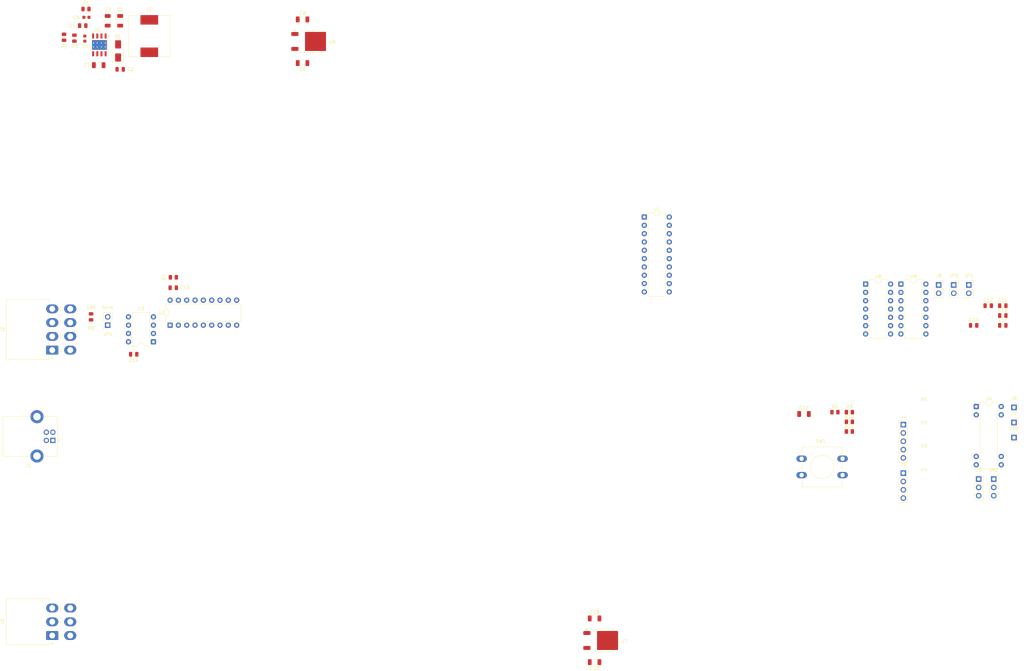
<source format=kicad_pcb>
(kicad_pcb (version 20241229) (generator "pcbnew") (generator_version "9.0")
  (title_block (title "CAN Gauge Interface") (date "2025-09-27") (rev "0.1") (company "Sam Anthony"))
  (layers (0 "F.Cu" signal) (4 "In1.Cu" signal) (6 "In2.Cu" signal) (2 "B.Cu" power) (13 "F.Paste" user) (15 "B.Paste" user) (5 "F.SilkS" user "F.Silkscreen") (7 "B.SilkS" user "B.Silkscreen") (1 "F.Mask" user) (3 "B.Mask" user) (25 "Edge.Cuts" user))
  (net 0 "")
  (net 1 "GND")
  (net 2 "+12V")
  (net 3 "Net-(U5-BOOT)")
  (net 4 "+7V")
  (net 5 "Net-(C7-Pad2)")
  (net 6 "+5V")
  (net 7 "Net-(U1-Vusb3v3)")
  (net 8 "/~{MCLR}")
  (net 9 "+5VA")
  (net 10 "/USB_D+")
  (net 11 "/USB_D-")
  (net 12 "VBUS")
  (net 15 "/CAN_L")
  (net 16 "/Speed")
  (net 17 "/Tach")
  (net 18 "/CAN_H")
  (net 19 "/AN4")
  (net 20 "/AN2")
  (net 21 "/AN3")
  (net 22 "/AN1")
  (net 23 "/ICSP_CLK")
  (net 24 "/ICSP_DAT")
  (net 25 "/SCK")
  (net 26 "/MOSI")
  (net 27 "/MISO")
  (net 28 "/CAN_~{CS}")
  (net 29 "/ROM_~{CS}")
  (net 30 "/DAC2_~{CS}")
  (net 31 "/DAC1_~{CS}")
  (net 32 "/INT{slash}ICSP_CLK")
  (net 33 "/INT")
  (net 34 "Net-(JP5-B)")
  (net 37 "/CLK")
  (net 40 "/CAN_RX")
  (net 41 "/CAN_TX")
  (net 54 "/PH")
  (net 55 "/sense")
  (footprint "Connector_PinSocket_2.54mm:PinSocket_1x01_P2.54mm_Vertical" (layer "F.Cu") (at 356.7 187.2)
    (property "Reference" "J7" (at 0 -2.77 0) (layer "F.SilkS"))
    (property "Value" "ROM ~{CS}")
    (pad "1" thru_hole rect (at 0 0) (size 1.7 1.7) (drill 1) (layers "*.Cu" "*.Mask") (net 29 "/ROM_~{CS}"))
  )
  (footprint "Capacitor_SMD:C_1206_3216Metric" (layer "F.Cu") (at 139.495 77.47)
    (property "Reference" "C9" (at 0 1.984 0) (layer "F.SilkS"))
    (property "Value" "10u" (hide yes))
    (pad "1" smd roundrect (at -1.475 0) (size 1.15 1.8) (layers "F.Cu" "F.Mask" "F.Paste") (roundrect_rratio 0.217391) (net 6 "+5V"))
    (pad "2" smd roundrect (at 1.475 0) (size 1.15 1.8) (layers "F.Cu" "F.Mask" "F.Paste") (roundrect_rratio 0.217391) (net 1 "GND"))
  )
  (footprint "Capacitor_SMD:C_0805_2012Metric" (layer "F.Cu") (at 72.39 66.04 180)
    (property "Reference" "C7" (at 3.175 0 0) (layer "F.SilkS"))
    (property "Value" "47n" (hide yes))
    (pad "1" smd roundrect (at -0.95 0 180) (size 1 1.45) (layers "F.Cu" "F.Mask" "F.Paste") (net 55 "/sense"))
    (pad "2" smd roundrect (at 0.95 0 180) (size 1 1.45) (layers "F.Cu" "F.Mask" "F.Paste") (net 5 "Net-(C7-Pad2)"))
  )
  (footprint "Connector_PinSocket_2.54mm:PinSocket_1x04_P2.54mm_Vertical" (layer "F.Cu") (at 322.92 202.65)
    (property "Reference" "J9" (at 0 -2.77 0) (layer "F.SilkS"))
    (property "Value" "Conn_01x04_Socket")
    (pad "1" thru_hole rect (at 0 0) (size 1.7 1.7) (drill 1) (layers "*.Cu" "*.Mask") (net 2 "+12V"))
    (pad "2" thru_hole oval (at 0 2.54) (size 1.7 1.7) (drill 1) (layers "*.Cu" "*.Mask") (net 4 "+7V"))
    (pad "3" thru_hole oval (at 0 5.08) (size 1.7 1.7) (drill 1) (layers "*.Cu" "*.Mask") (net 6 "+5V"))
    (pad "4" thru_hole oval (at 0 7.62) (size 1.7 1.7) (drill 1) (layers "*.Cu" "*.Mask") (net 1 "GND"))
  )
  (footprint "MountingHole:MountingHole_3.2mm_M3_DIN965" (layer "F.Cu") (at 329.24 183.85)
    (property "Reference" "H1" (at 0 -3.8 0) (layer "F.SilkS"))
    (property "Value" "MountingHole")
    (pad "" np_thru_hole circle (at 0 0) (size 3.2 3.2) (drill 3.2) (layers "*.Cu" "*.Mask"))
  )
  (footprint "Capacitor_SMD:C_1206_3216Metric" (layer "F.Cu") (at 228.649 260.35)
    (property "Reference" "C19" (at 0 1.905 0) (layer "F.SilkS"))
    (property "Value" "10u" (hide yes))
    (pad "1" smd roundrect (at -1.475 0) (size 1.15 1.8) (layers "F.Cu" "F.Mask" "F.Paste") (roundrect_rratio 0.217391) (net 9 "+5VA"))
    (pad "2" smd roundrect (at 1.475 0) (size 1.15 1.8) (layers "F.Cu" "F.Mask" "F.Paste") (roundrect_rratio 0.217391) (net 1 "GND"))
  )
  (footprint "Resistor_SMD:R_0805_2012Metric" (layer "F.Cu") (at 306.44 186.99)
    (property "Reference" "R10" (at 0 -1.65 0) (layer "F.SilkS"))
    (property "Value" "10k")
    (pad "1" smd roundrect (at -0.9125 0) (size 1.025 1.4) (layers "F.Cu" "F.Mask" "F.Paste") (roundrect_rratio 0.243902) (net 9 "+5VA"))
    (pad "2" smd roundrect (at 0.9125 0) (size 1.025 1.4) (layers "F.Cu" "F.Mask" "F.Paste") (roundrect_rratio 0.243902) (net 31 "/DAC1_~{CS}"))
  )
  (footprint "Capacitor_SMD:C_1206_3216Metric" (layer "F.Cu") (at 228.649 247.015)
    (property "Reference" "C18" (at 0 -1.85 0) (layer "F.SilkS"))
    (property "Value" "10u" (hide yes))
    (pad "1" smd roundrect (at -1.475 0) (size 1.15 1.8) (layers "F.Cu" "F.Mask" "F.Paste") (roundrect_rratio 0.217391) (net 4 "+7V"))
    (pad "2" smd roundrect (at 1.475 0) (size 1.15 1.8) (layers "F.Cu" "F.Mask" "F.Paste") (roundrect_rratio 0.217391) (net 1 "GND"))
  )
  (footprint "Package_TO_SOT_SMD:TO-252-2" (layer "F.Cu") (at 142.2 70.86)
    (property "Reference" "U6" (at 6.443 0.128 0) (layer "F.SilkS"))
    (property "Value" "L78M05AB" (hide yes))
    (pad "1" smd roundrect (at -5.04 -2.28) (size 2.2 1.2) (layers "F.Cu" "F.Mask" "F.Paste") (roundrect_rratio 0.208333) (net 4 "+7V"))
    (pad "2" smd roundrect (at -0.415 -1.525) (size 3.05 2.75) (layers "F.Cu" "F.Paste") (roundrect_rratio 0.090909) (net 1 "GND"))
    (pad "2" smd roundrect (at -0.415 1.525) (size 3.05 2.75) (layers "F.Cu" "F.Paste") (roundrect_rratio 0.090909) (net 1 "GND"))
    (pad "2" smd roundrect (at 1.26 0) (size 6.4 5.8) (layers "F.Cu" "F.Mask") (roundrect_rratio 0.043103) (net 1 "GND"))
    (pad "2" smd roundrect (at 2.935 -1.525) (size 3.05 2.75) (layers "F.Cu" "F.Paste") (roundrect_rratio 0.090909) (net 1 "GND"))
    (pad "2" smd roundrect (at 2.935 1.525) (size 3.05 2.75) (layers "F.Cu" "F.Paste") (roundrect_rratio 0.090909) (net 1 "GND"))
    (pad "3" smd roundrect (at -5.04 2.28) (size 2.2 1.2) (layers "F.Cu" "F.Mask" "F.Paste") (roundrect_rratio 0.208333) (net 6 "+5V"))
  )
  (footprint "Capacitor_SMD:C_0805_2012Metric" (layer "F.Cu") (at 353.28 154.54)
    (property "Reference" "C16" (at 0 -1.68 0) (layer "F.SilkS"))
    (property "Value" "100n")
    (pad "1" smd roundrect (at -0.95 0) (size 1 1.45) (layers "F.Cu" "F.Mask" "F.Paste") (net 9 "+5VA"))
    (pad "2" smd roundrect (at 0.95 0) (size 1 1.45) (layers "F.Cu" "F.Mask" "F.Paste") (net 1 "GND"))
  )
  (footprint "MountingHole:MountingHole_3.2mm_M3_DIN965" (layer "F.Cu") (at 329.24 191)
    (property "Reference" "H2" (at 0 -3.8 0) (layer "F.SilkS"))
    (property "Value" "MountingHole")
    (pad "" np_thru_hole circle (at 0 0) (size 3.2 3.2) (drill 3.2) (layers "*.Cu" "*.Mask"))
  )
  (footprint "Capacitor_SMD:C_0603_1608Metric" (layer "F.Cu") (at 73.025 69.99 -90)
    (property "Reference" "C4" (at 2.4 0 180) (layer "F.SilkS"))
    (property "Value" "220p" (hide yes))
    (pad "1" smd roundrect (at -0.775 0 270) (size 0.9 0.95) (layers "F.Cu" "F.Mask" "F.Paste") (net 55 "/sense"))
    (pad "2" smd roundrect (at 0.775 0 270) (size 0.9 0.95) (layers "F.Cu" "F.Mask" "F.Paste") (net 1 "GND"))
  )
  (footprint "Connector_Molex:Molex_Mini-Fit_Jr_5569-06A2_2x03_P4.20mm_Horizontal" (layer "F.Cu") (at 63.08 252.24 90)
    (property "Reference" "J3" (at 4.2 -15.1 90) (layer "F.SilkS"))
    (property "Value" "Analog")
    (pad "" np_thru_hole circle (at 0 -7.3 90) (size 3 3) (drill 3) (layers "*.Cu" "*.Mask"))
    (pad "" np_thru_hole circle (at 8.4 -7.3 90) (size 3 3) (drill 3) (layers "*.Cu" "*.Mask"))
    (pad "1" thru_hole roundrect (at 0 0 90) (size 2.7 3.7) (drill 1.8) (layers "*.Cu" "*.Mask") (roundrect_rratio 0.092593) (net 22 "/AN1"))
    (pad "2" thru_hole oval (at 4.2 0 90) (size 2.7 3.7) (drill 1.8) (layers "*.Cu" "*.Mask") (net 1 "GND"))
    (pad "3" thru_hole oval (at 8.4 0 90) (size 2.7 3.7) (drill 1.8) (layers "*.Cu" "*.Mask") (net 19 "/AN4"))
    (pad "4" thru_hole oval (at 0 5.5 90) (size 2.7 3.7) (drill 1.8) (layers "*.Cu" "*.Mask") (net 20 "/AN2"))
    (pad "5" thru_hole oval (at 4.2 5.5 90) (size 2.7 3.7) (drill 1.8) (layers "*.Cu" "*.Mask") (net 1 "GND"))
    (pad "6" thru_hole oval (at 8.4 5.5 90) (size 2.7 3.7) (drill 1.8) (layers "*.Cu" "*.Mask") (net 21 "/AN3"))
  )
  (footprint "Resistor_SMD:R_0805_2012Metric" (layer "F.Cu") (at 73.3825 60.96)
    (property "Reference" "R1" (at 0 -1.905 0) (layer "F.SilkS"))
    (property "Value" "10k" (hide yes))
    (pad "1" smd roundrect (at -0.9125 0) (size 1.025 1.4) (layers "F.Cu" "F.Mask" "F.Paste") (roundrect_rratio 0.243902) (net 55 "/sense"))
    (pad "2" smd roundrect (at 0.9125 0) (size 1.025 1.4) (layers "F.Cu" "F.Mask" "F.Paste") (roundrect_rratio 0.243902) (net 4 "+7V"))
  )
  (footprint "Connector_USB:USB_B_Lumberg_2411_02_Horizontal" (layer "F.Cu") (at 63.28 192.67 180)
    (property "Reference" "J1" (at 7.5 -7.65 0) (layer "F.SilkS"))
    (property "Value" "USB_B")
    (pad "1" thru_hole rect (at 0 0 270) (size 1.6 1.6) (drill 0.95) (layers "*.Cu" "*.Mask") (net 12 "VBUS"))
    (pad "2" thru_hole circle (at 0 2.5 270) (size 1.6 1.6) (drill 0.95) (layers "*.Cu" "*.Mask") (net 11 "/USB_D-"))
    (pad "3" thru_hole circle (at 2 2.5 270) (size 1.6 1.6) (drill 0.95) (layers "*.Cu" "*.Mask") (net 10 "/USB_D+"))
    (pad "4" thru_hole circle (at 2 0 270) (size 1.6 1.6) (drill 0.95) (layers "*.Cu" "*.Mask") (net 1 "GND"))
    (pad "5" thru_hole circle (at 4.86 -4.75 270) (size 4 4) (drill 2.3) (layers "*.Cu" "*.Mask"))
    (pad "5" thru_hole circle (at 4.86 7.25 270) (size 4 4) (drill 2.3) (layers "*.Cu" "*.Mask"))
  )
  (footprint "Connector_PinSocket_2.54mm:PinSocket_1x02_P2.54mm_Vertical" (layer "F.Cu") (at 80.01 157.48 180)
    (property "Reference" "JP5" (at 0 -2.77 0) (layer "F.SilkS"))
    (property "Value" "Term" (at 0 5.31 0) (layer "F.SilkS"))
    (pad "1" thru_hole rect (at 0 0 180) (size 1.7 1.7) (drill 1) (layers "*.Cu" "*.Mask") (net 15 "/CAN_L"))
    (pad "2" thru_hole oval (at 0 2.54 180) (size 1.7 1.7) (drill 1) (layers "*.Cu" "*.Mask") (net 34 "Net-(JP5-B)"))
  )
  (footprint "Capacitor_SMD:C_0603_1608Metric" (layer "F.Cu") (at 73.52 63.5)
    (property "Reference" "C6" (at -3.035 0 0) (layer "F.SilkS"))
    (property "Value" "3300p" (hide yes))
    (pad "1" smd roundrect (at -0.775 0) (size 0.9 0.95) (layers "F.Cu" "F.Mask" "F.Paste") (net 55 "/sense"))
    (pad "2" smd roundrect (at 0.775 0) (size 0.9 0.95) (layers "F.Cu" "F.Mask" "F.Paste") (net 4 "+7V"))
  )
  (footprint "Inductor_SMD:L_12x12mm_H8mm" (layer "F.Cu") (at 92.71 69.215 90)
    (property "Reference" "L1" (at 8.255 0 180) (layer "F.SilkS"))
    (property "Value" "150u" (hide yes))
    (pad "1" smd rect (at -4.95 0 90) (size 2.9 5.4) (layers "F.Cu" "F.Mask" "F.Paste") (net 54 "/PH"))
    (pad "2" smd rect (at 4.95 0 90) (size 2.9 5.4) (layers "F.Cu" "F.Mask" "F.Paste") (net 4 "+7V"))
  )
  (footprint "MountingHole:MountingHole_3.2mm_M3_DIN965" (layer "F.Cu") (at 329.24 205.3)
    (property "Reference" "H4" (at 0 -3.8 0) (layer "F.SilkS"))
    (property "Value" "MountingHole")
    (pad "" np_thru_hole circle (at 0 0) (size 3.2 3.2) (drill 3.2) (layers "*.Cu" "*.Mask"))
  )
  (footprint "Resistor_SMD:R_0805_2012Metric" (layer "F.Cu") (at 66.675 69.5725 -90)
    (property "Reference" "R2" (at 2.8175 0 180) (layer "F.SilkS"))
    (property "Value" "3k24" (hide yes))
    (pad "1" smd roundrect (at -0.9125 0 270) (size 1.025 1.4) (layers "F.Cu" "F.Mask" "F.Paste") (roundrect_rratio 0.243902) (net 55 "/sense"))
    (pad "2" smd roundrect (at 0.9125 0 270) (size 1.025 1.4) (layers "F.Cu" "F.Mask" "F.Paste") (roundrect_rratio 0.243902) (net 1 "GND"))
  )
  (footprint "Resistor_SMD:R_0805_2012Metric" (layer "F.Cu") (at 302.03 184.04)
    (property "Reference" "R6" (at 0 -1.65 0) (layer "F.SilkS"))
    (property "Value" "10k")
    (pad "1" smd roundrect (at -0.9125 0) (size 1.025 1.4) (layers "F.Cu" "F.Mask" "F.Paste") (roundrect_rratio 0.243902) (net 6 "+5V"))
    (pad "2" smd roundrect (at 0.9125 0) (size 1.025 1.4) (layers "F.Cu" "F.Mask" "F.Paste") (roundrect_rratio 0.243902) (net 8 "/~{MCLR}"))
  )
  (footprint "Connector_PinSocket_2.54mm:PinSocket_1x02_P2.54mm_Vertical" (layer "F.Cu") (at 333.7 145.2)
    (property "Reference" "J8" (at 0 -2.77 0) (layer "F.SilkS"))
    (property "Value" "DAC ~{CS}")
    (pad "1" thru_hole rect (at 0 0) (size 1.7 1.7) (drill 1) (layers "*.Cu" "*.Mask") (net 31 "/DAC1_~{CS}"))
    (pad "2" thru_hole oval (at 0 2.54) (size 1.7 1.7) (drill 1) (layers "*.Cu" "*.Mask") (net 30 "/DAC2_~{CS}"))
  )
  (footprint "Button_Switch_THT:SW_PUSH-12mm" (layer "F.Cu") (at 291.865 198.25)
    (property "Reference" "SW1" (at 5.83 -5.41 0) (layer "F.SilkS"))
    (property "Value" "Reset")
    (pad "1" thru_hole oval (at 0 0) (size 3.2 1.9) (drill 1.3) (layers "*.Cu" "*.Mask") (net 1 "GND"))
    (pad "1" thru_hole oval (at 12.5 0) (size 3.2 1.9) (drill 1.3) (layers "*.Cu" "*.Mask") (net 1 "GND"))
    (pad "2" thru_hole oval (at 0 5) (size 3.2 1.9) (drill 1.3) (layers "*.Cu" "*.Mask") (net 8 "/~{MCLR}"))
    (pad "2" thru_hole oval (at 12.5 5) (size 3.2 1.9) (drill 1.3) (layers "*.Cu" "*.Mask") (net 8 "/~{MCLR}"))
  )
  (footprint "Capacitor_SMD:C_1206_3216Metric" (layer "F.Cu") (at 80.01 64.565 -90)
    (property "Reference" "C3" (at -3.38 0 0) (layer "F.SilkS"))
    (property "Value" "22u" (hide yes))
    (pad "1" smd roundrect (at -1.475 0 270) (size 1.15 1.8) (layers "F.Cu" "F.Mask" "F.Paste") (roundrect_rratio 0.217391) (net 4 "+7V"))
    (pad "2" smd roundrect (at 1.475 0 270) (size 1.15 1.8) (layers "F.Cu" "F.Mask" "F.Paste") (roundrect_rratio 0.217391) (net 1 "GND"))
  )
  (footprint "Connector_PinSocket_2.54mm:PinSocket_1x01_P2.54mm_Vertical" (layer "F.Cu") (at 356.7 182.6)
    (property "Reference" "J6" (at 0 -2.77 0) (layer "F.SilkS"))
    (property "Value" "CAN ~{CS}")
    (pad "1" thru_hole rect (at 0 0) (size 1.7 1.7) (drill 1) (layers "*.Cu" "*.Mask") (net 28 "/CAN_~{CS}"))
  )
  (footprint "Resistor_SMD:R_0805_2012Metric" (layer "F.Cu") (at 306.44 184.04)
    (property "Reference" "R9" (at 0 -1.65 0) (layer "F.SilkS"))
    (property "Value" "10k")
    (pad "1" smd roundrect (at -0.9125 0) (size 1.025 1.4) (layers "F.Cu" "F.Mask" "F.Paste") (roundrect_rratio 0.243902) (net 6 "+5V"))
    (pad "2" smd roundrect (at 0.9125 0) (size 1.025 1.4) (layers "F.Cu" "F.Mask" "F.Paste") (roundrect_rratio 0.243902) (net 29 "/ROM_~{CS}"))
  )
  (footprint "Connector_PinSocket_2.54mm:PinSocket_1x03_P2.54mm_Vertical" (layer "F.Cu") (at 350.52 204.47)
    (property "Reference" "JP2" (at 0 -2.77 0) (layer "F.SilkS"))
    (property "Value" "Prog")
    (pad "1" thru_hole rect (at 0 0) (size 1.7 1.7) (drill 1) (layers "*.Cu" "*.Mask") (net 33 "/INT"))
    (pad "2" thru_hole oval (at 0 2.54) (size 1.7 1.7) (drill 1) (layers "*.Cu" "*.Mask") (net 32 "/INT{slash}ICSP_CLK"))
    (pad "3" thru_hole oval (at 0 5.08) (size 1.7 1.7) (drill 1) (layers "*.Cu" "*.Mask") (net 23 "/ICSP_CLK"))
  )
  (footprint "Package_DIP:DIP-14_W7.62mm" (layer "F.Cu") (at 311.4 144.93)
    (property "Reference" "U8" (at 3.81 -2.33 0) (layer "F.SilkS"))
    (property "Value" "MCP4912")
    (pad "1" thru_hole roundrect (at 0 0) (size 1.6 1.6) (drill 0.8) (layers "*.Cu" "*.Mask") (roundrect_rratio 0.15625) (net 9 "+5VA"))
    (pad "2" thru_hole circle (at 0 2.54) (size 1.6 1.6) (drill 0.8) (layers "*.Cu" "*.Mask"))
    (pad "3" thru_hole circle (at 0 5.08) (size 1.6 1.6) (drill 0.8) (layers "*.Cu" "*.Mask") (net 31 "/DAC1_~{CS}"))
    (pad "4" thru_hole circle (at 0 7.62) (size 1.6 1.6) (drill 0.8) (layers "*.Cu" "*.Mask") (net 25 "/SCK"))
    (pad "5" thru_hole circle (at 0 10.16) (size 1.6 1.6) (drill 0.8) (layers "*.Cu" "*.Mask") (net 26 "/MOSI"))
    (pad "6" thru_hole circle (at 0 12.7) (size 1.6 1.6) (drill 0.8) (layers "*.Cu" "*.Mask"))
    (pad "7" thru_hole circle (at 0 15.24) (size 1.6 1.6) (drill 0.8) (layers "*.Cu" "*.Mask"))
    (pad "8" thru_hole circle (at 7.62 15.24) (size 1.6 1.6) (drill 0.8) (layers "*.Cu" "*.Mask") (net 1 "GND"))
    (pad "9" thru_hole circle (at 7.62 12.7) (size 1.6 1.6) (drill 0.8) (layers "*.Cu" "*.Mask") (net 9 "+5VA"))
    (pad "10" thru_hole circle (at 7.62 10.16) (size 1.6 1.6) (drill 0.8) (layers "*.Cu" "*.Mask") (net 20 "/AN2"))
    (pad "11" thru_hole circle (at 7.62 7.62) (size 1.6 1.6) (drill 0.8) (layers "*.Cu" "*.Mask") (net 9 "+5VA"))
    (pad "12" thru_hole circle (at 7.62 5.08) (size 1.6 1.6) (drill 0.8) (layers "*.Cu" "*.Mask") (net 1 "GND"))
    (pad "13" thru_hole circle (at 7.62 2.54) (size 1.6 1.6) (drill 0.8) (layers "*.Cu" "*.Mask") (net 9 "+5VA"))
    (pad "14" thru_hole circle (at 7.62 0) (size 1.6 1.6) (drill 0.8) (layers "*.Cu" "*.Mask") (net 22 "/AN1"))
  )
  (footprint "Diode_SMD:D_SMA" (layer "F.Cu") (at 83.185 73.755 90)
    (property "Reference" "D1" (at 4.54 0 180) (layer "F.SilkS"))
    (property "Value" "SS34" (hide yes))
    (pad "1" smd roundrect (at -2 0 90) (size 2.5 1.8) (layers "F.Cu" "F.Mask" "F.Paste") (roundrect_rratio 0.1388888889) (net 54 "/PH"))
    (pad "2" smd roundrect (at 2 0 90) (size 2.5 1.8) (layers "F.Cu" "F.Mask" "F.Paste") (roundrect_rratio 0.1388888889) (net 1 "GND"))
  )
  (footprint "Connector_Molex:Molex_Mini-Fit_Jr_5569-08A2_2x04_P4.20mm_Horizontal" (layer "F.Cu") (at 63.08 165.1 90)
    (property "Reference" "J2" (at 6.3 -15.1 90) (layer "F.SilkS"))
    (property "Value" "Conn_02x04_Top_Bottom")
    (pad "" np_thru_hole circle (at 0 -7.3 90) (size 3 3) (drill 3) (layers "*.Cu" "*.Mask"))
    (pad "" np_thru_hole circle (at 12.6 -7.3 90) (size 3 3) (drill 3) (layers "*.Cu" "*.Mask"))
    (pad "1" thru_hole roundrect (at 0 0 90) (size 2.7 3.7) (drill 1.8) (layers "*.Cu" "*.Mask") (roundrect_rratio 0.092593) (net 17 "/Tach"))
    (pad "2" thru_hole oval (at 4.2 0 90) (size 2.7 3.7) (drill 1.8) (layers "*.Cu" "*.Mask") (net 1 "GND"))
    (pad "3" thru_hole oval (at 8.4 0 90) (size 2.7 3.7) (drill 1.8) (layers "*.Cu" "*.Mask") (net 1 "GND"))
    (pad "4" thru_hole oval (at 12.6 0 90) (size 2.7 3.7) (drill 1.8) (layers "*.Cu" "*.Mask") (net 2 "+12V"))
    (pad "5" thru_hole oval (at 0 5.5 90) (size 2.7 3.7) (drill 1.8) (layers "*.Cu" "*.Mask") (net 16 "/Speed"))
    (pad "6" thru_hole oval (at 4.2 5.5 90) (size 2.7 3.7) (drill 1.8) (layers "*.Cu" "*.Mask") (net 18 "/CAN_H"))
    (pad "7" thru_hole oval (at 8.4 5.5 90) (size 2.7 3.7) (drill 1.8) (layers "*.Cu" "*.Mask") (net 15 "/CAN_L"))
    (pad "8" thru_hole oval (at 12.6 5.5 90) (size 2.7 3.7) (drill 1.8) (layers "*.Cu" "*.Mask") (net 1 "GND"))
  )
  (footprint "Resistor_SMD:R_0805_2012Metric" (layer "F.Cu") (at 69.85 69.85 -90)
    (property "Reference" "R3" (at 2.54 0 0) (layer "F.SilkS"))
    (property "Value" "2k7" (hide yes))
    (pad "1" smd roundrect (at -0.9125 0 270) (size 1.025 1.4) (layers "F.Cu" "F.Mask" "F.Paste") (roundrect_rratio 0.243902) (net 5 "Net-(C7-Pad2)"))
    (pad "2" smd roundrect (at 0.9125 0 270) (size 1.025 1.4) (layers "F.Cu" "F.Mask" "F.Paste") (roundrect_rratio 0.243902) (net 1 "GND"))
  )
  (footprint "Package_DIP:DIP-8_W7.62mm" (layer "F.Cu") (at 93.98 162.56 180)
    (property "Reference" "U3" (at 3.805 10.16 0) (layer "F.SilkS"))
    (property "Value" "MCP2561-E-P" (hide yes))
    (pad "1" thru_hole roundrect (at 0 0 180) (size 1.6 1.6) (drill 0.8) (layers "*.Cu" "*.Mask") (roundrect_rratio 0.15625) (net 41 "/CAN_TX"))
    (pad "2" thru_hole circle (at 0 2.54 180) (size 1.6 1.6) (drill 0.8) (layers "*.Cu" "*.Mask") (net 1 "GND"))
    (pad "3" thru_hole circle (at 0 5.08 180) (size 1.6 1.6) (drill 0.8) (layers "*.Cu" "*.Mask") (net 6 "+5V"))
    (pad "4" thru_hole circle (at 0 7.62 180) (size 1.6 1.6) (drill 0.8) (layers "*.Cu" "*.Mask") (net 40 "/CAN_RX"))
    (pad "5" thru_hole circle (at 7.62 7.62 180) (size 1.6 1.6) (drill 0.8) (layers "*.Cu" "*.Mask"))
    (pad "6" thru_hole circle (at 7.62 5.08 180) (size 1.6 1.6) (drill 0.8) (layers "*.Cu" "*.Mask") (net 15 "/CAN_L"))
    (pad "7" thru_hole circle (at 7.62 2.54 180) (size 1.6 1.6) (drill 0.8) (layers "*.Cu" "*.Mask") (net 18 "/CAN_H"))
    (pad "8" thru_hole circle (at 7.62 0 180) (size 1.6 1.6) (drill 0.8) (layers "*.Cu" "*.Mask") (net 1 "GND"))
  )
  (footprint "Resistor_SMD:R_0805_2012Metric" (layer "F.Cu") (at 100.0525 142.875)
    (property "Reference" "R7" (at -2.8975 0 90) (layer "F.SilkS"))
    (property "Value" "10k" (hide yes))
    (pad "1" smd roundrect (at -0.9125 0) (size 1.025 1.4) (layers "F.Cu" "F.Mask" "F.Paste") (roundrect_rratio 0.243902) (net 6 "+5V"))
    (pad "2" smd roundrect (at 0.9125 0) (size 1.025 1.4) (layers "F.Cu" "F.Mask" "F.Paste") (roundrect_rratio 0.243902) (net 28 "/CAN_~{CS}"))
  )
  (footprint "Capacitor_SMD:C_1206_3216Metric" (layer "F.Cu") (at 83.82 64.565 -90)
    (property "Reference" "C5" (at -3.38 0 0) (layer "F.SilkS"))
    (property "Value" "22u" (hide yes))
    (pad "1" smd roundrect (at -1.475 0 270) (size 1.15 1.8) (layers "F.Cu" "F.Mask" "F.Paste") (roundrect_rratio 0.217391) (net 4 "+7V"))
    (pad "2" smd roundrect (at 1.475 0 270) (size 1.15 1.8) (layers "F.Cu" "F.Mask" "F.Paste") (roundrect_rratio 0.217391) (net 1 "GND"))
  )
  (footprint "Connector_PinHeader_2.54mm:PinHeader_1x05_P2.54mm_Vertical" (layer "F.Cu") (at 322.92 187.85)
    (property "Reference" "J4" (at 0 -2.33 0) (layer "F.SilkS"))
    (property "Value" "ICSP")
    (pad "1" thru_hole rect (at 0 0) (size 1.7 1.7) (drill 1) (layers "*.Cu" "*.Mask") (net 8 "/~{MCLR}"))
    (pad "2" thru_hole oval (at 0 2.54) (size 1.7 1.7) (drill 1) (layers "*.Cu" "*.Mask") (net 6 "+5V"))
    (pad "3" thru_hole oval (at 0 5.08) (size 1.7 1.7) (drill 1) (layers "*.Cu" "*.Mask") (net 1 "GND"))
    (pad "4" thru_hole oval (at 0 7.62) (size 1.7 1.7) (drill 1) (layers "*.Cu" "*.Mask") (net 24 "/ICSP_DAT"))
    (pad "5" thru_hole oval (at 0 10.16) (size 1.7 1.7) (drill 1) (layers "*.Cu" "*.Mask") (net 23 "/ICSP_CLK"))
  )
  (footprint "Capacitor_SMD:C_0805_2012Metric" (layer "F.Cu") (at 87.95 166.37)
    (property "Reference" "C14" (at 0 1.905 0) (layer "F.SilkS"))
    (property "Value" "100n" (hide yes))
    (pad "1" smd roundrect (at -0.95 0) (size 1 1.45) (layers "F.Cu" "F.Mask" "F.Paste") (net 1 "GND"))
    (pad "2" smd roundrect (at 0.95 0) (size 1 1.45) (layers "F.Cu" "F.Mask" "F.Paste") (net 6 "+5V"))
  )
  (footprint "Connector_PinSocket_2.54mm:PinSocket_1x03_P2.54mm_Vertical" (layer "F.Cu") (at 345.92 204.47)
    (property "Reference" "J5" (at 0 -2.77 0) (layer "F.SilkS"))
    (property "Value" "SPI Debug")
    (pad "1" thru_hole rect (at 0 0) (size 1.7 1.7) (drill 1) (layers "*.Cu" "*.Mask") (net 26 "/MOSI"))
    (pad "2" thru_hole oval (at 0 2.54) (size 1.7 1.7) (drill 1) (layers "*.Cu" "*.Mask") (net 25 "/SCK"))
    (pad "3" thru_hole oval (at 0 5.08) (size 1.7 1.7) (drill 1) (layers "*.Cu" "*.Mask") (net 27 "/MISO"))
  )
  (footprint "Connector_PinSocket_2.54mm:PinSocket_1x02_P2.54mm_Vertical" (layer "F.Cu") (at 342.9 145.2)
    (property "Reference" "JP4" (at 0 -2.77 0) (layer "F.SilkS"))
    (property "Value" "USB_PWR")
    (pad "1" thru_hole rect (at 0 0) (size 1.7 1.7) (drill 1) (layers "*.Cu" "*.Mask") (net 12 "VBUS"))
    (pad "2" thru_hole oval (at 0 2.54) (size 1.7 1.7) (drill 1) (layers "*.Cu" "*.Mask") (net 9 "+5VA"))
  )
  (footprint "Capacitor_SMD:C_1206_3216Metric" (layer "F.Cu") (at 139.495 64.135)
    (property "Reference" "C8" (at 0 -1.85 0) (layer "F.SilkS"))
    (property "Value" "10u" (hide yes))
    (pad "1" smd roundrect (at -1.475 0) (size 1.15 1.8) (layers "F.Cu" "F.Mask" "F.Paste") (roundrect_rratio 0.217391) (net 4 "+7V"))
    (pad "2" smd roundrect (at 1.475 0) (size 1.15 1.8) (layers "F.Cu" "F.Mask" "F.Paste") (roundrect_rratio 0.217391) (net 1 "GND"))
  )
  (footprint "Connector_PinSocket_2.54mm:PinSocket_1x01_P2.54mm_Vertical" (layer "F.Cu") (at 356.7 191.8)
    (property "Reference" "J10" (at 0 -2.77 0) (layer "F.SilkS"))
    (property "Value" "+5VA")
    (pad "1" thru_hole rect (at 0 0) (size 1.7 1.7) (drill 1) (layers "*.Cu" "*.Mask") (net 9 "+5VA"))
  )
  (footprint "Package_DIP:DIP-20_W7.62mm" (layer "F.Cu") (at 243.84 124.46)
    (property "Reference" "U1" (at 3.81 -2.33 0) (layer "F.SilkS"))
    (property "Value" "PIC16F1459-IP")
    (pad "1" thru_hole roundrect (at 0 0) (size 1.6 1.6) (drill 0.8) (layers "*.Cu" "*.Mask") (roundrect_rratio 0.15625) (net 6 "+5V"))
    (pad "2" thru_hole circle (at 0 2.54) (size 1.6 1.6) (drill 0.8) (layers "*.Cu" "*.Mask") (net 30 "/DAC2_~{CS}"))
    (pad "3" thru_hole circle (at 0 5.08) (size 1.6 1.6) (drill 0.8) (layers "*.Cu" "*.Mask") (net 37 "/CLK"))
    (pad "4" thru_hole circle (at 0 7.62) (size 1.6 1.6) (drill 0.8) (layers "*.Cu" "*.Mask") (net 8 "/~{MCLR}"))
    (pad "5" thru_hole circle (at 0 10.16) (size 1.6 1.6) (drill 0.8) (layers "*.Cu" "*.Mask"))
    (pad "6" thru_hole circle (at 0 12.7) (size 1.6 1.6) (drill 0.8) (layers "*.Cu" "*.Mask") (net 16 "/Speed"))
    (pad "7" thru_hole circle (at 0 15.24) (size 1.6 1.6) (drill 0.8) (layers "*.Cu" "*.Mask") (net 17 "/Tach"))
    (pad "8" thru_hole circle (at 0 17.78) (size 1.6 1.6) (drill 0.8) (layers "*.Cu" "*.Mask") (net 28 "/CAN_~{CS}"))
    (pad "9" thru_hole circle (at 0 20.32) (size 1.6 1.6) (drill 0.8) (layers "*.Cu" "*.Mask") (net 26 "/MOSI"))
    (pad "10" thru_hole circle (at 0 22.86) (size 1.6 1.6) (drill 0.8) (layers "*.Cu" "*.Mask") (net 31 "/DAC1_~{CS}"))
    (pad "11" thru_hole circle (at 7.62 22.86) (size 1.6 1.6) (drill 0.8) (layers "*.Cu" "*.Mask") (net 25 "/SCK"))
    (pad "12" thru_hole circle (at 7.62 20.32) (size 1.6 1.6) (drill 0.8) (layers "*.Cu" "*.Mask") (net 29 "/ROM_~{CS}"))
    (pad "13" thru_hole circle (at 7.62 17.78) (size 1.6 1.6) (drill 0.8) (layers "*.Cu" "*.Mask") (net 27 "/MISO"))
    (pad "14" thru_hole circle (at 7.62 15.24) (size 1.6 1.6) (drill 0.8) (layers "*.Cu" "*.Mask"))
    (pad "15" thru_hole circle (at 7.62 12.7) (size 1.6 1.6) (drill 0.8) (layers "*.Cu" "*.Mask") (net 32 "/INT{slash}ICSP_CLK"))
    (pad "16" thru_hole circle (at 7.62 10.16) (size 1.6 1.6) (drill 0.8) (layers "*.Cu" "*.Mask") (net 24 "/ICSP_DAT"))
    (pad "17" thru_hole circle (at 7.62 7.62) (size 1.6 1.6) (drill 0.8) (layers "*.Cu" "*.Mask") (net 7 "Net-(U1-Vusb3v3)"))
    (pad "18" thru_hole circle (at 7.62 5.08) (size 1.6 1.6) (drill 0.8) (layers "*.Cu" "*.Mask") (net 11 "/USB_D-"))
    (pad "19" thru_hole circle (at 7.62 2.54) (size 1.6 1.6) (drill 0.8) (layers "*.Cu" "*.Mask") (net 10 "/USB_D+"))
    (pad "20" thru_hole circle (at 7.62 0) (size 1.6 1.6) (drill 0.8) (layers "*.Cu" "*.Mask") (net 1 "GND"))
  )
  (footprint "Capacitor_SMD:C_0805_2012Metric" (layer "F.Cu") (at 83.82 79.375)
    (property "Reference" "C2" (at 3.175 0 180) (layer "F.SilkS"))
    (property "Value" "10n" (hide yes))
    (pad "1" smd roundrect (at -0.95 0) (size 1 1.45) (layers "F.Cu" "F.Mask" "F.Paste") (net 3 "Net-(U5-BOOT)"))
    (pad "2" smd roundrect (at 0.95 0) (size 1 1.45) (layers "F.Cu" "F.Mask" "F.Paste") (net 54 "/PH"))
  )
  (footprint "Package_SO:TI_SO-PowerPAD-8_ThermalVias" (layer "F.Cu") (at 77.47 71.915 -90)
    (property "Reference" "U5" (at -4.605 0.635 180) (layer "F.SilkS"))
    (property "Value" "TPS5430DDA" (hide yes))
    (pad "1" smd rect (at -2.7 -1.905 270) (size 1.55 0.6) (layers "F.Cu" "F.Mask" "F.Paste") (net 3 "Net-(U5-BOOT)"))
    (pad "2" smd rect (at -2.7 -0.635 270) (size 1.55 0.6) (layers "F.Cu" "F.Mask" "F.Paste"))
    (pad "3" smd rect (at -2.7 0.635 270) (size 1.55 0.6) (layers "F.Cu" "F.Mask" "F.Paste"))
    (pad "4" smd rect (at -2.7 1.905 270) (size 1.55 0.6) (layers "F.Cu" "F.Mask" "F.Paste") (net 55 "/sense"))
    (pad "5" smd rect (at 2.7 1.905 270) (size 1.55 0.6) (layers "F.Cu" "F.Mask" "F.Paste"))
    (pad "6" smd rect (at 2.7 0.635 270) (size 1.55 0.6) (layers "F.Cu" "F.Mask" "F.Paste") (net 1 "GND"))
    (pad "7" smd rect (at 2.7 -0.635 270) (size 1.55 0.6) (layers "F.Cu" "F.Mask" "F.Paste") (net 2 "+12V"))
    (pad "8" smd rect (at 2.7 -1.905 270) (size 1.55 0.6) (layers "F.Cu" "F.Mask" "F.Paste") (net 54 "/PH"))
    (pad "9" thru_hole circle (at -0.6 -1.8 270) (size 0.6 0.6) (drill 0.3) (layers "*.Cu") (net 1 "GND"))
    (pad "9" thru_hole circle (at -0.6 -0.6 270) (size 0.6 0.6) (drill 0.3) (layers "*.Cu") (net 1 "GND"))
    (pad "9" thru_hole circle (at -0.6 0.7 270) (size 0.6 0.6) (drill 0.3) (layers "*.Cu") (net 1 "GND"))
    (pad "9" thru_hole circle (at -0.6 1.8 270) (size 0.6 0.6) (drill 0.3) (layers "*.Cu") (net 1 "GND"))
    (pad "9" smd rect (at 0 0 270) (size 2.6 3.1) (layers "F.Cu" "F.Mask" "F.Paste") (net 1 "GND"))
    (pad "9" smd rect (at 0 0 270) (size 2.95 4.5) (layers "F.Cu") (net 1 "GND"))
    (pad "9" smd rect (at 0 0 270) (size 2.95 4.5) (layers "B.Cu") (net 1 "GND"))
    (pad "9" thru_hole circle (at 0.6 -1.8 270) (size 0.6 0.6) (drill 0.3) (layers "*.Cu") (net 1 "GND"))
    (pad "9" thru_hole circle (at 0.6 -0.6 270) (size 0.6 0.6) (drill 0.3) (layers "*.Cu") (net 1 "GND"))
    (pad "9" thru_hole circle (at 0.6 0.7 270) (size 0.6 0.6) (drill 0.3) (layers "*.Cu") (net 1 "GND"))
    (pad "9" thru_hole circle (at 0.6 1.8 270) (size 0.6 0.6) (drill 0.3) (layers "*.Cu") (net 1 "GND"))
  )
  (footprint "Capacitor_SMD:C_0805_2012Metric" (layer "F.Cu") (at 348.83 151.53)
    (property "Reference" "C12" (at 0 -1.68 0) (layer "F.SilkS"))
    (property "Value" "100n")
    (pad "1" smd roundrect (at -0.95 0) (size 1 1.45) (layers "F.Cu" "F.Mask" "F.Paste") (net 8 "/~{MCLR}"))
    (pad "2" smd roundrect (at 0.95 0) (size 1 1.45) (layers "F.Cu" "F.Mask" "F.Paste") (net 1 "GND"))
  )
  (footprint "Capacitor_SMD:C_0805_2012Metric" (layer "F.Cu") (at 353.28 157.55)
    (property "Reference" "C17" (at 0 -1.68 0) (layer "F.SilkS"))
    (property "Value" "100n")
    (pad "1" smd roundrect (at -0.95 0) (size 1 1.45) (layers "F.Cu" "F.Mask" "F.Paste") (net 9 "+5VA"))
    (pad "2" smd roundrect (at 0.95 0) (size 1 1.45) (layers "F.Cu" "F.Mask" "F.Paste") (net 1 "GND"))
  )
  (footprint "Resistor_SMD:R_0805_2012Metric" (layer "F.Cu") (at 74.93 154.94 90)
    (property "Reference" "R8" (at -3.4525 0 180) (layer "F.SilkS"))
    (property "Value" "120" (at 2.8975 0 180) (layer "F.SilkS"))
    (pad "1" smd roundrect (at -0.9125 0 90) (size 1.025 1.4) (layers "F.Cu" "F.Mask" "F.Paste") (roundrect_rratio 0.243902) (net 34 "Net-(JP5-B)"))
    (pad "2" smd roundrect (at 0.9125 0 90) (size 1.025 1.4) (layers "F.Cu" "F.Mask" "F.Paste") (roundrect_rratio 0.243902) (net 18 "/CAN_H"))
  )
  (footprint "Capacitor_SMD:C_0805_2012Metric" (layer "F.Cu") (at 344.38 157.55)
    (property "Reference" "C10" (at 0 -1.68 0) (layer "F.SilkS"))
    (property "Value" "100n")
    (pad "1" smd roundrect (at -0.95 0) (size 1 1.45) (layers "F.Cu" "F.Mask" "F.Paste") (net 6 "+5V"))
    (pad "2" smd roundrect (at 0.95 0) (size 1 1.45) (layers "F.Cu" "F.Mask" "F.Paste") (net 1 "GND"))
  )
  (footprint "MountingHole:MountingHole_3.2mm_M3_DIN965" (layer "F.Cu") (at 329.24 198.15)
    (property "Reference" "H3" (at 0 -3.8 0) (layer "F.SilkS"))
    (property "Value" "MountingHole")
    (pad "" np_thru_hole circle (at 0 0) (size 3.2 3.2) (drill 3.2) (layers "*.Cu" "*.Mask"))
  )
  (footprint "Capacitor_SMD:C_0805_2012Metric" (layer "F.Cu") (at 100.015 146.05 180)
    (property "Reference" "C13" (at -3.49 0 0) (layer "F.SilkS"))
    (property "Value" "100n" (hide yes))
    (pad "1" smd roundrect (at -0.95 0 180) (size 1 1.45) (layers "F.Cu" "F.Mask" "F.Paste") (net 1 "GND"))
    (pad "2" smd roundrect (at 0.95 0 180) (size 1 1.45) (layers "F.Cu" "F.Mask" "F.Paste") (net 6 "+5V"))
  )
  (footprint "Resistor_SMD:R_0805_2012Metric" (layer "F.Cu") (at 306.44 189.94)
    (property "Reference" "R11" (at 0 -1.65 0) (layer "F.SilkS"))
    (property "Value" "10k")
    (pad "1" smd roundrect (at -0.9125 0) (size 1.025 1.4) (layers "F.Cu" "F.Mask" "F.Paste") (roundrect_rratio 0.243902) (net 9 "+5VA"))
    (pad "2" smd roundrect (at 0.9125 0) (size 1.025 1.4) (layers "F.Cu" "F.Mask" "F.Paste") (roundrect_rratio 0.243902) (net 30 "/DAC2_~{CS}"))
  )
  (footprint "Connector_PinSocket_2.54mm:PinSocket_1x02_P2.54mm_Vertical" (layer "F.Cu") (at 338.3 145.2)
    (property "Reference" "JP3" (at 0 -2.77 0) (layer "F.SilkS"))
    (property "Value" "USB_PWR")
    (pad "1" thru_hole rect (at 0 0) (size 1.7 1.7) (drill 1) (layers "*.Cu" "*.Mask") (net 12 "VBUS"))
    (pad "2" thru_hole oval (at 0 2.54) (size 1.7 1.7) (drill 1) (layers "*.Cu" "*.Mask") (net 6 "+5V"))
  )
  (footprint "Package_DIP:DIP-18_W7.62mm" (layer "F.Cu") (at 99.06 157.48 90)
    (property "Reference" "U2" (at 3.81 -2.54 180) (layer "F.SilkS"))
    (property "Value" "MCP2515-I/P" (hide yes))
    (pad "1" thru_hole roundrect (at 0 0 90) (size 1.6 1.6) (drill 0.8) (layers "*.Cu" "*.Mask") (roundrect_rratio 0.15625) (net 41 "/CAN_TX"))
    (pad "2" thru_hole circle (at 0 2.54 90) (size 1.6 1.6) (drill 0.8) (layers "*.Cu" "*.Mask") (net 40 "/CAN_RX"))
    (pad "3" thru_hole circle (at 0 5.08 90) (size 1.6 1.6) (drill 0.8) (layers "*.Cu" "*.Mask"))
    (pad "4" thru_hole circle (at 0 7.62 90) (size 1.6 1.6) (drill 0.8) (layers "*.Cu" "*.Mask") (net 6 "+5V"))
    (pad "5" thru_hole circle (at 0 10.16 90) (size 1.6 1.6) (drill 0.8) (layers "*.Cu" "*.Mask") (net 6 "+5V"))
    (pad "6" thru_hole circle (at 0 12.7 90) (size 1.6 1.6) (drill 0.8) (layers "*.Cu" "*.Mask") (net 6 "+5V"))
    (pad "7" thru_hole circle (at 0 15.24 90) (size 1.6 1.6) (drill 0.8) (layers "*.Cu" "*.Mask"))
    (pad "8" thru_hole circle (at 0 17.78 90) (size 1.6 1.6) (drill 0.8) (layers "*.Cu" "*.Mask") (net 37 "/CLK"))
    (pad "9" thru_hole circle (at 0 20.32 90) (size 1.6 1.6) (drill 0.8) (layers "*.Cu" "*.Mask") (net 1 "GND"))
    (pad "10" thru_hole circle (at 7.62 20.32 90) (size 1.6 1.6) (drill 0.8) (layers "*.Cu" "*.Mask"))
    (pad "11" thru_hole circle (at 7.62 17.78 90) (size 1.6 1.6) (drill 0.8) (layers "*.Cu" "*.Mask"))
    (pad "12" thru_hole circle (at 7.62 15.24 90) (size 1.6 1.6) (drill 0.8) (layers "*.Cu" "*.Mask") (net 33 "/INT"))
    (pad "13" thru_hole circle (at 7.62 12.7 90) (size 1.6 1.6) (drill 0.8) (layers "*.Cu" "*.Mask") (net 25 "/SCK"))
    (pad "14" thru_hole circle (at 7.62 10.16 90) (size 1.6 1.6) (drill 0.8) (layers "*.Cu" "*.Mask") (net 26 "/MOSI"))
    (pad "15" thru_hole circle (at 7.62 7.62 90) (size 1.6 1.6) (drill 0.8) (layers "*.Cu" "*.Mask") (net 27 "/MISO"))
    (pad "16" thru_hole circle (at 7.62 5.08 90) (size 1.6 1.6) (drill 0.8) (layers "*.Cu" "*.Mask") (net 28 "/CAN_~{CS}"))
    (pad "17" thru_hole circle (at 7.62 2.54 90) (size 1.6 1.6) (drill 0.8) (layers "*.Cu" "*.Mask") (net 6 "+5V"))
    (pad "18" thru_hole circle (at 7.62 0 90) (size 1.6 1.6) (drill 0.8) (layers "*.Cu" "*.Mask") (net 6 "+5V"))
  )
  (footprint "Capacitor_SMD:C_1206_3216Metric" (layer "F.Cu") (at 292.59 184.6)
    (property "Reference" "C11" (at 0 -1.85 0) (layer "F.SilkS"))
    (property "Value" "1u")
    (pad "1" smd roundrect (at -1.475 0) (size 1.15 1.8) (layers "F.Cu" "F.Mask" "F.Paste") (roundrect_rratio 0.217391) (net 7 "Net-(U1-Vusb3v3)"))
    (pad "2" smd roundrect (at 1.475 0) (size 1.15 1.8) (layers "F.Cu" "F.Mask" "F.Paste") (roundrect_rratio 0.217391) (net 1 "GND"))
  )
  (footprint "Package_DIP:DIP-8-16_W7.62mm" (layer "F.Cu") (at 345.18 182.32)
    (property "Reference" "U4" (at 3.81 -2.33 0) (layer "F.SilkS"))
    (property "Value" "25LC160C")
    (pad "1" thru_hole roundrect (at 0 0) (size 1.6 1.6) (drill 0.8) (layers "*.Cu" "*.Mask") (roundrect_rratio 0.15625) (net 29 "/ROM_~{CS}"))
    (pad "2" thru_hole circle (at 0 2.54) (size 1.6 1.6) (drill 0.8) (layers "*.Cu" "*.Mask") (net 27 "/MISO"))
    (pad "3" thru_hole circle (at 0 15.24) (size 1.6 1.6) (drill 0.8) (layers "*.Cu" "*.Mask") (net 6 "+5V"))
    (pad "4" thru_hole circle (at 0 17.78) (size 1.6 1.6) (drill 0.8) (layers "*.Cu" "*.Mask") (net 1 "GND"))
    (pad "5" thru_hole circle (at 7.62 17.78) (size 1.6 1.6) (drill 0.8) (layers "*.Cu" "*.Mask") (net 26 "/MOSI"))
    (pad "6" thru_hole circle (at 7.62 15.24) (size 1.6 1.6) (drill 0.8) (layers "*.Cu" "*.Mask") (net 25 "/SCK"))
    (pad "7" thru_hole circle (at 7.62 2.54) (size 1.6 1.6) (drill 0.8) (layers "*.Cu" "*.Mask") (net 6 "+5V"))
    (pad "8" thru_hole circle (at 7.62 0) (size 1.6 1.6) (drill 0.8) (layers "*.Cu" "*.Mask") (net 6 "+5V"))
  )
  (footprint "Package_TO_SOT_SMD:TO-252-2" (layer "F.Cu") (at 231.354 253.74)
    (property "Reference" "U7" (at 6.39 0.26 0) (layer "F.SilkS"))
    (property "Value" "L78M05AB" (hide yes))
    (pad "1" smd roundrect (at -5.04 -2.28) (size 2.2 1.2) (layers "F.Cu" "F.Mask" "F.Paste") (roundrect_rratio 0.208333) (net 4 "+7V"))
    (pad "2" smd roundrect (at -0.415 -1.525) (size 3.05 2.75) (layers "F.Cu" "F.Paste") (roundrect_rratio 0.090909) (net 1 "GND"))
    (pad "2" smd roundrect (at -0.415 1.525) (size 3.05 2.75) (layers "F.Cu" "F.Paste") (roundrect_rratio 0.090909) (net 1 "GND"))
    (pad "2" smd roundrect (at 1.26 0) (size 6.4 5.8) (layers "F.Cu" "F.Mask") (roundrect_rratio 0.043103) (net 1 "GND"))
    (pad "2" smd roundrect (at 2.935 -1.525) (size 3.05 2.75) (layers "F.Cu" "F.Paste") (roundrect_rratio 0.090909) (net 1 "GND"))
    (pad "2" smd roundrect (at 2.935 1.525) (size 3.05 2.75) (layers "F.Cu" "F.Paste") (roundrect_rratio 0.090909) (net 1 "GND"))
    (pad "3" smd roundrect (at -5.04 2.28) (size 2.2 1.2) (layers "F.Cu" "F.Mask" "F.Paste") (roundrect_rratio 0.208333) (net 9 "+5VA"))
  )
  (footprint "Capacitor_SMD:C_1206_3216Metric" (layer "F.Cu") (at 77.265 78.105 180)
    (property "Reference" "C1" (at 3.605 0 180) (layer "F.SilkS"))
    (property "Value" "22u" (hide yes))
    (pad "1" smd roundrect (at -1.475 0 180) (size 1.15 1.8) (layers "F.Cu" "F.Mask" "F.Paste") (roundrect_rratio 0.217391) (net 2 "+12V"))
    (pad "2" smd roundrect (at 1.475 0 180) (size 1.15 1.8) (layers "F.Cu" "F.Mask" "F.Paste") (roundrect_rratio 0.217391) (net 1 "GND"))
  )
  (footprint "Capacitor_SMD:C_0805_2012Metric" (layer "F.Cu") (at 353.28 151.53)
    (property "Reference" "C15" (at 0 -1.68 0) (layer "F.SilkS"))
    (property "Value" "100n")
    (pad "1" smd roundrect (at -0.95 0) (size 1 1.45) (layers "F.Cu" "F.Mask" "F.Paste") (net 1 "GND"))
    (pad "2" smd roundrect (at 0.95 0) (size 1 1.45) (layers "F.Cu" "F.Mask" "F.Paste") (net 6 "+5V"))
  )
  (footprint "Package_DIP:DIP-14_W7.62mm" (layer "F.Cu") (at 322.18 144.93)
    (property "Reference" "U9" (at 3.81 -2.33 0) (layer "F.SilkS"))
    (property "Value" "MCP4912")
    (pad "1" thru_hole roundrect (at 0 0) (size 1.6 1.6) (drill 0.8) (layers "*.Cu" "*.Mask") (roundrect_rratio 0.15625) (net 9 "+5VA"))
    (pad "2" thru_hole circle (at 0 2.54) (size 1.6 1.6) (drill 0.8) (layers "*.Cu" "*.Mask"))
    (pad "3" thru_hole circle (at 0 5.08) (size 1.6 1.6) (drill 0.8) (layers "*.Cu" "*.Mask") (net 30 "/DAC2_~{CS}"))
    (pad "4" thru_hole circle (at 0 7.62) (size 1.6 1.6) (drill 0.8) (layers "*.Cu" "*.Mask") (net 25 "/SCK"))
    (pad "5" thru_hole circle (at 0 10.16) (size 1.6 1.6) (drill 0.8) (layers "*.Cu" "*.Mask") (net 26 "/MOSI"))
    (pad "6" thru_hole circle (at 0 12.7) (size 1.6 1.6) (drill 0.8) (layers "*.Cu" "*.Mask"))
    (pad "7" thru_hole circle (at 0 15.24) (size 1.6 1.6) (drill 0.8) (layers "*.Cu" "*.Mask"))
    (pad "8" thru_hole circle (at 7.62 15.24) (size 1.6 1.6) (drill 0.8) (layers "*.Cu" "*.Mask") (net 1 "GND"))
    (pad "9" thru_hole circle (at 7.62 12.7) (size 1.6 1.6) (drill 0.8) (layers "*.Cu" "*.Mask") (net 9 "+5VA"))
    (pad "10" thru_hole circle (at 7.62 10.16) (size 1.6 1.6) (drill 0.8) (layers "*.Cu" "*.Mask") (net 19 "/AN4"))
    (pad "11" thru_hole circle (at 7.62 7.62) (size 1.6 1.6) (drill 0.8) (layers "*.Cu" "*.Mask") (net 9 "+5VA"))
    (pad "12" thru_hole circle (at 7.62 5.08) (size 1.6 1.6) (drill 0.8) (layers "*.Cu" "*.Mask") (net 1 "GND"))
    (pad "13" thru_hole circle (at 7.62 2.54) (size 1.6 1.6) (drill 0.8) (layers "*.Cu" "*.Mask") (net 9 "+5VA"))
    (pad "14" thru_hole circle (at 7.62 0) (size 1.6 1.6) (drill 0.8) (layers "*.Cu" "*.Mask") (net 21 "/AN3"))
  )
)
</source>
